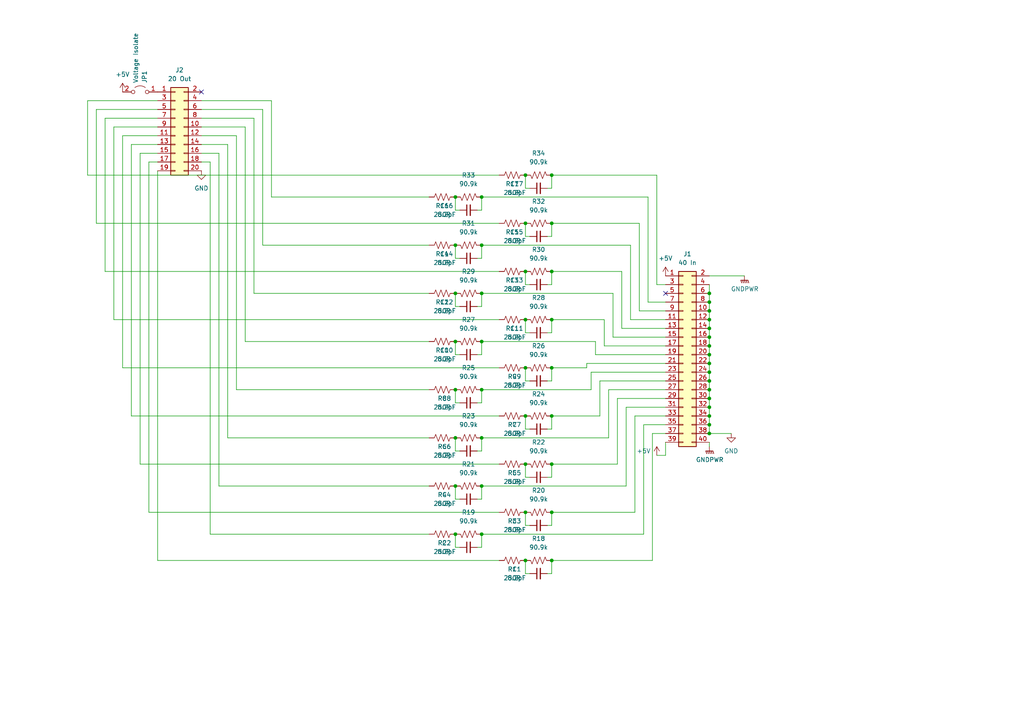
<source format=kicad_sch>
(kicad_sch (version 20230121) (generator eeschema)
  (paper "A4")
  (lib_symbols
    (symbol "Connector_Generic:Conn_02x10_Odd_Even" (pin_names (offset 1.016) hide)
      (property "Reference" "J" (at 1.27 12.7 0))
      (property "Value" "Conn_02x10_Odd_Even" (at 1.27 -15.24 0))
      (symbol "Conn_02x10_Odd_Even_1_1"
        (rectangle (start -1.27 -12.573) (end 0 -12.827) (stroke (width 0.1524)))
        (rectangle (start -1.27 -10.033) (end 0 -10.287) (stroke (width 0.1524)))
        (rectangle (start -1.27 -7.493) (end 0 -7.747) (stroke (width 0.1524)))
        (rectangle (start -1.27 -4.953) (end 0 -5.207) (stroke (width 0.1524)))
        (rectangle (start -1.27 -2.413) (end 0 -2.667) (stroke (width 0.1524)))
        (rectangle (start -1.27 0.127) (end 0 -0.127) (stroke (width 0.1524)))
        (rectangle (start -1.27 2.667) (end 0 2.413) (stroke (width 0.1524)))
        (rectangle (start -1.27 5.207) (end 0 4.953) (stroke (width 0.1524)))
        (rectangle (start -1.27 7.747) (end 0 7.493) (stroke (width 0.1524)))
        (rectangle (start -1.27 10.287) (end 0 10.033) (stroke (width 0.1524)))
        (rectangle (start -1.27 11.43) (end 3.81 -13.97) (stroke (width 0.254)) (fill (type background)))
        (rectangle (start 3.81 -12.573) (end 2.54 -12.827) (stroke (width 0.1524)))
        (rectangle (start 3.81 -10.033) (end 2.54 -10.287) (stroke (width 0.1524)))
        (rectangle (start 3.81 -7.493) (end 2.54 -7.747) (stroke (width 0.1524)))
        (rectangle (start 3.81 -4.953) (end 2.54 -5.207) (stroke (width 0.1524)))
        (rectangle (start 3.81 -2.413) (end 2.54 -2.667) (stroke (width 0.1524)))
        (rectangle (start 3.81 0.127) (end 2.54 -0.127) (stroke (width 0.1524)))
        (rectangle (start 3.81 2.667) (end 2.54 2.413) (stroke (width 0.1524)))
        (rectangle (start 3.81 5.207) (end 2.54 4.953) (stroke (width 0.1524)))
        (rectangle (start 3.81 7.747) (end 2.54 7.493) (stroke (width 0.1524)))
        (rectangle (start 3.81 10.287) (end 2.54 10.033) (stroke (width 0.1524)))
        (pin passive line (at -5.08 10.16 0) (length 3.81) (name "Pin_1") (number "1"))
        (pin passive line (at 7.62 0 180) (length 3.81) (name "Pin_10") (number "10"))
        (pin passive line (at -5.08 -2.54 0) (length 3.81) (name "Pin_11") (number "11"))
        (pin passive line (at 7.62 -2.54 180) (length 3.81) (name "Pin_12") (number "12"))
        (pin passive line (at -5.08 -5.08 0) (length 3.81) (name "Pin_13") (number "13"))
        (pin passive line (at 7.62 -5.08 180) (length 3.81) (name "Pin_14") (number "14"))
        (pin passive line (at -5.08 -7.62 0) (length 3.81) (name "Pin_15") (number "15"))
        (pin passive line (at 7.62 -7.62 180) (length 3.81) (name "Pin_16") (number "16"))
        (pin passive line (at -5.08 -10.16 0) (length 3.81) (name "Pin_17") (number "17"))
        (pin passive line (at 7.62 -10.16 180) (length 3.81) (name "Pin_18") (number "18"))
        (pin passive line (at -5.08 -12.7 0) (length 3.81) (name "Pin_19") (number "19"))
        (pin passive line (at 7.62 10.16 180) (length 3.81) (name "Pin_2") (number "2"))
        (pin passive line (at 7.62 -12.7 180) (length 3.81) (name "Pin_20") (number "20"))
        (pin passive line (at -5.08 7.62 0) (length 3.81) (name "Pin_3") (number "3"))
        (pin passive line (at 7.62 7.62 180) (length 3.81) (name "Pin_4") (number "4"))
        (pin passive line (at -5.08 5.08 0) (length 3.81) (name "Pin_5") (number "5"))
        (pin passive line (at 7.62 5.08 180) (length 3.81) (name "Pin_6") (number "6"))
        (pin passive line (at -5.08 2.54 0) (length 3.81) (name "Pin_7") (number "7"))
        (pin passive line (at 7.62 2.54 180) (length 3.81) (name "Pin_8") (number "8"))
        (pin passive line (at -5.08 0 0) (length 3.81) (name "Pin_9") (number "9"))
      )
    )
    (symbol "Connector_Generic:Conn_02x20_Odd_Even" (pin_names (offset 1.016) hide)
      (property "Reference" "J" (at 1.27 25.4 0))
      (property "Value" "Conn_02x20_Odd_Even" (at 1.27 -27.94 0))
      (symbol "Conn_02x20_Odd_Even_1_1"
        (rectangle (start -1.27 -25.273) (end 0 -25.527) (stroke (width 0.1524)))
        (rectangle (start -1.27 -22.733) (end 0 -22.987) (stroke (width 0.1524)))
        (rectangle (start -1.27 -20.193) (end 0 -20.447) (stroke (width 0.1524)))
        (rectangle (start -1.27 -17.653) (end 0 -17.907) (stroke (width 0.1524)))
        (rectangle (start -1.27 -15.113) (end 0 -15.367) (stroke (width 0.1524)))
        (rectangle (start -1.27 -12.573) (end 0 -12.827) (stroke (width 0.1524)))
        (rectangle (start -1.27 -10.033) (end 0 -10.287) (stroke (width 0.1524)))
        (rectangle (start -1.27 -7.493) (end 0 -7.747) (stroke (width 0.1524)))
        (rectangle (start -1.27 -4.953) (end 0 -5.207) (stroke (width 0.1524)))
        (rectangle (start -1.27 -2.413) (end 0 -2.667) (stroke (width 0.1524)))
        (rectangle (start -1.27 0.127) (end 0 -0.127) (stroke (width 0.1524)))
        (rectangle (start -1.27 2.667) (end 0 2.413) (stroke (width 0.1524)))
        (rectangle (start -1.27 5.207) (end 0 4.953) (stroke (width 0.1524)))
        (rectangle (start -1.27 7.747) (end 0 7.493) (stroke (width 0.1524)))
        (rectangle (start -1.27 10.287) (end 0 10.033) (stroke (width 0.1524)))
        (rectangle (start -1.27 12.827) (end 0 12.573) (stroke (width 0.1524)))
        (rectangle (start -1.27 15.367) (end 0 15.113) (stroke (width 0.1524)))
        (rectangle (start -1.27 17.907) (end 0 17.653) (stroke (width 0.1524)))
        (rectangle (start -1.27 20.447) (end 0 20.193) (stroke (width 0.1524)))
        (rectangle (start -1.27 22.987) (end 0 22.733) (stroke (width 0.1524)))
        (rectangle (start -1.27 24.13) (end 3.81 -26.67) (stroke (width 0.254)) (fill (type background)))
        (rectangle (start 3.81 -25.273) (end 2.54 -25.527) (stroke (width 0.1524)))
        (rectangle (start 3.81 -22.733) (end 2.54 -22.987) (stroke (width 0.1524)))
        (rectangle (start 3.81 -20.193) (end 2.54 -20.447) (stroke (width 0.1524)))
        (rectangle (start 3.81 -17.653) (end 2.54 -17.907) (stroke (width 0.1524)))
        (rectangle (start 3.81 -15.113) (end 2.54 -15.367) (stroke (width 0.1524)))
        (rectangle (start 3.81 -12.573) (end 2.54 -12.827) (stroke (width 0.1524)))
        (rectangle (start 3.81 -10.033) (end 2.54 -10.287) (stroke (width 0.1524)))
        (rectangle (start 3.81 -7.493) (end 2.54 -7.747) (stroke (width 0.1524)))
        (rectangle (start 3.81 -4.953) (end 2.54 -5.207) (stroke (width 0.1524)))
        (rectangle (start 3.81 -2.413) (end 2.54 -2.667) (stroke (width 0.1524)))
        (rectangle (start 3.81 0.127) (end 2.54 -0.127) (stroke (width 0.1524)))
        (rectangle (start 3.81 2.667) (end 2.54 2.413) (stroke (width 0.1524)))
        (rectangle (start 3.81 5.207) (end 2.54 4.953) (stroke (width 0.1524)))
        (rectangle (start 3.81 7.747) (end 2.54 7.493) (stroke (width 0.1524)))
        (rectangle (start 3.81 10.287) (end 2.54 10.033) (stroke (width 0.1524)))
        (rectangle (start 3.81 12.827) (end 2.54 12.573) (stroke (width 0.1524)))
        (rectangle (start 3.81 15.367) (end 2.54 15.113) (stroke (width 0.1524)))
        (rectangle (start 3.81 17.907) (end 2.54 17.653) (stroke (width 0.1524)))
        (rectangle (start 3.81 20.447) (end 2.54 20.193) (stroke (width 0.1524)))
        (rectangle (start 3.81 22.987) (end 2.54 22.733) (stroke (width 0.1524)))
        (pin passive line (at -5.08 22.86 0) (length 3.81) (name "Pin_1") (number "1"))
        (pin passive line (at 7.62 12.7 180) (length 3.81) (name "Pin_10") (number "10"))
        (pin passive line (at -5.08 10.16 0) (length 3.81) (name "Pin_11") (number "11"))
        (pin passive line (at 7.62 10.16 180) (length 3.81) (name "Pin_12") (number "12"))
        (pin passive line (at -5.08 7.62 0) (length 3.81) (name "Pin_13") (number "13"))
        (pin passive line (at 7.62 7.62 180) (length 3.81) (name "Pin_14") (number "14"))
        (pin passive line (at -5.08 5.08 0) (length 3.81) (name "Pin_15") (number "15"))
        (pin passive line (at 7.62 5.08 180) (length 3.81) (name "Pin_16") (number "16"))
        (pin passive line (at -5.08 2.54 0) (length 3.81) (name "Pin_17") (number "17"))
        (pin passive line (at 7.62 2.54 180) (length 3.81) (name "Pin_18") (number "18"))
        (pin passive line (at -5.08 0 0) (length 3.81) (name "Pin_19") (number "19"))
        (pin passive line (at 7.62 22.86 180) (length 3.81) (name "Pin_2") (number "2"))
        (pin passive line (at 7.62 0 180) (length 3.81) (name "Pin_20") (number "20"))
        (pin passive line (at -5.08 -2.54 0) (length 3.81) (name "Pin_21") (number "21"))
        (pin passive line (at 7.62 -2.54 180) (length 3.81) (name "Pin_22") (number "22"))
        (pin passive line (at -5.08 -5.08 0) (length 3.81) (name "Pin_23") (number "23"))
        (pin passive line (at 7.62 -5.08 180) (length 3.81) (name "Pin_24") (number "24"))
        (pin passive line (at -5.08 -7.62 0) (length 3.81) (name "Pin_25") (number "25"))
        (pin passive line (at 7.62 -7.62 180) (length 3.81) (name "Pin_26") (number "26"))
        (pin passive line (at -5.08 -10.16 0) (length 3.81) (name "Pin_27") (number "27"))
        (pin passive line (at 7.62 -10.16 180) (length 3.81) (name "Pin_28") (number "28"))
        (pin passive line (at -5.08 -12.7 0) (length 3.81) (name "Pin_29") (number "29"))
        (pin passive line (at -5.08 20.32 0) (length 3.81) (name "Pin_3") (number "3"))
        (pin passive line (at 7.62 -12.7 180) (length 3.81) (name "Pin_30") (number "30"))
        (pin passive line (at -5.08 -15.24 0) (length 3.81) (name "Pin_31") (number "31"))
        (pin passive line (at 7.62 -15.24 180) (length 3.81) (name "Pin_32") (number "32"))
        (pin passive line (at -5.08 -17.78 0) (length 3.81) (name "Pin_33") (number "33"))
        (pin passive line (at 7.62 -17.78 180) (length 3.81) (name "Pin_34") (number "34"))
        (pin passive line (at -5.08 -20.32 0) (length 3.81) (name "Pin_35") (number "35"))
        (pin passive line (at 7.62 -20.32 180) (length 3.81) (name "Pin_36") (number "36"))
        (pin passive line (at -5.08 -22.86 0) (length 3.81) (name "Pin_37") (number "37"))
        (pin passive line (at 7.62 -22.86 180) (length 3.81) (name "Pin_38") (number "38"))
        (pin passive line (at -5.08 -25.4 0) (length 3.81) (name "Pin_39") (number "39"))
        (pin passive line (at 7.62 20.32 180) (length 3.81) (name "Pin_4") (number "4"))
        (pin passive line (at 7.62 -25.4 180) (length 3.81) (name "Pin_40") (number "40"))
        (pin passive line (at -5.08 17.78 0) (length 3.81) (name "Pin_5") (number "5"))
        (pin passive line (at 7.62 17.78 180) (length 3.81) (name "Pin_6") (number "6"))
        (pin passive line (at -5.08 15.24 0) (length 3.81) (name "Pin_7") (number "7"))
        (pin passive line (at 7.62 15.24 180) (length 3.81) (name "Pin_8") (number "8"))
        (pin passive line (at -5.08 12.7 0) (length 3.81) (name "Pin_9") (number "9"))
      )
    )
    (symbol "Device:C_Small" (pin_numbers hide) (pin_names (offset 0.254) hide)
      (property "Reference" "C" (at 0.254 1.778 0))
      (property "Value" "C_Small" (at 0.254 -2.032 0))
      (symbol "C_Small_0_1"
        (polyline (pts (xy -1.524 -0.508) (xy 1.524 -0.508)) (stroke (width 0.3302)))
        (polyline (pts (xy -1.524 0.508) (xy 1.524 0.508)) (stroke (width 0.3048)))
      )
      (symbol "C_Small_1_1"
        (pin passive line (at 0 2.54 270) (length 2.032) (name "~") (number "1"))
        (pin passive line (at 0 -2.54 90) (length 2.032) (name "~") (number "2"))
      )
    )
    (symbol "Device:R_US" (pin_numbers hide) (pin_names (offset 0))
      (property "Reference" "R" (at 2.54 0 90))
      (property "Value" "R_US" (at -2.54 0 90))
      (symbol "R_US_0_1"
        (polyline (pts (xy 0 -2.286) (xy 0 -2.54)))
        (polyline (pts (xy 0 2.286) (xy 0 2.54)))
        (polyline (pts (xy 0 -0.762) (xy 1.016 -1.143) (xy 0 -1.524) (xy -1.016 -1.905) (xy 0 -2.286)))
        (polyline (pts (xy 0 0.762) (xy 1.016 0.381) (xy 0 0) (xy -1.016 -0.381) (xy 0 -0.762)))
        (polyline (pts (xy 0 2.286) (xy 1.016 1.905) (xy 0 1.524) (xy -1.016 1.143) (xy 0 0.762)))
      )
      (symbol "R_US_1_1"
        (pin passive line (at 0 3.81 270) (length 1.27) (name "~") (number "1"))
        (pin passive line (at 0 -3.81 90) (length 1.27) (name "~") (number "2"))
      )
    )
    (symbol "Jumper:Jumper_2_Open" (pin_names (offset 0) hide)
      (property "Reference" "JP" (at 0 2.794 0))
      (property "Value" "Jumper_2_Open" (at 0 -2.286 0))
      (symbol "Jumper_2_Open_0_0"
        (circle (center -2.032 0) (radius 0.508))
        (circle (center 2.032 0) (radius 0.508))
      )
      (symbol "Jumper_2_Open_0_1"
        (arc (start 1.524 1.27) (mid 0 1.778) (end -1.524 1.27))
      )
      (symbol "Jumper_2_Open_1_1"
        (pin passive line (at -5.08 0 0) (length 2.54) (name "A") (number "1"))
        (pin passive line (at 5.08 0 180) (length 2.54) (name "B") (number "2"))
      )
    )
    (symbol "power:+5V" (power) (pin_names (offset 0))
      (property "Value" "+5V" (at 0 3.556 0))
      (symbol "+5V_0_1"
        (polyline (pts (xy -0.762 1.27) (xy 0 2.54)))
        (polyline (pts (xy 0 0) (xy 0 2.54)))
        (polyline (pts (xy 0 2.54) (xy 0.762 1.27)))
      )
      (symbol "+5V_1_1"
        (pin power_in line (at 0 0 90) (length 0) hide (name "+5V") (number "1"))
      )
    )
    (symbol "power:GND" (power) (pin_names (offset 0))
      (property "Value" "GND" (at 0 -3.81 0))
      (symbol "GND_0_1"
        (polyline (pts (xy 0 0) (xy 0 -1.27) (xy 1.27 -1.27) (xy 0 -2.54) (xy -1.27 -1.27) (xy 0 -1.27)))
      )
      (symbol "GND_1_1"
        (pin power_in line (at 0 0 270) (length 0) hide (name "GND") (number "1"))
      )
    )
    (symbol "power:GNDPWR" (power) (pin_names (offset 0))
      (property "Value" "GNDPWR" (at 0 -3.302 0))
      (symbol "GNDPWR_0_1"
        (polyline (pts (xy 0 -1.27) (xy 0 0)))
        (polyline (pts (xy -1.016 -1.27) (xy -1.27 -2.032) (xy -1.27 -2.032)) (stroke (width 0.2032)))
        (polyline (pts (xy -0.508 -1.27) (xy -0.762 -2.032) (xy -0.762 -2.032)) (stroke (width 0.2032)))
        (polyline (pts (xy 0 -1.27) (xy -0.254 -2.032) (xy -0.254 -2.032)) (stroke (width 0.2032)))
        (polyline (pts (xy 0.508 -1.27) (xy 0.254 -2.032) (xy 0.254 -2.032)) (stroke (width 0.2032)))
        (polyline (pts (xy 1.016 -1.27) (xy -1.016 -1.27) (xy -1.016 -1.27)) (stroke (width 0.2032)))
        (polyline (pts (xy 1.016 -1.27) (xy 0.762 -2.032) (xy 0.762 -2.032) (xy 0.762 -2.032)) (stroke (width 0.2032)))
      )
      (symbol "GNDPWR_1_1"
        (pin power_in line (at 0 0 270) (length 0) hide (name "GNDPWR") (number "1"))
      )
    )
  )
  (junction (at 160.02 92.71))
  (junction (at 205.74 85.09))
  (junction (at 205.74 92.71))
  (junction (at 205.74 120.65))
  (junction (at 205.74 123.19))
  (junction (at 160.02 50.8))
  (junction (at 132.08 85.09))
  (junction (at 139.7 154.94))
  (junction (at 152.4 134.62))
  (junction (at 205.74 87.63))
  (junction (at 205.74 102.87))
  (junction (at 205.74 125.73))
  (junction (at 152.4 92.71))
  (junction (at 152.4 162.56))
  (junction (at 205.74 113.03))
  (junction (at 160.02 106.68))
  (junction (at 152.4 106.68))
  (junction (at 139.7 140.97))
  (junction (at 139.7 113.03))
  (junction (at 139.7 71.12))
  (junction (at 132.08 154.94))
  (junction (at 160.02 134.62))
  (junction (at 132.08 99.06))
  (junction (at 139.7 85.09))
  (junction (at 152.4 50.8))
  (junction (at 152.4 148.59))
  (junction (at 205.74 90.17))
  (junction (at 132.08 127))
  (junction (at 139.7 57.15))
  (junction (at 132.08 113.03))
  (junction (at 160.02 120.65))
  (junction (at 152.4 64.77))
  (junction (at 205.74 105.41))
  (junction (at 205.74 95.25))
  (junction (at 152.4 120.65))
  (junction (at 152.4 78.74))
  (junction (at 160.02 148.59))
  (junction (at 205.74 100.33))
  (junction (at 205.74 110.49))
  (junction (at 160.02 64.77))
  (junction (at 205.74 118.11))
  (junction (at 132.08 57.15))
  (junction (at 139.7 99.06))
  (junction (at 132.08 140.97))
  (junction (at 205.74 97.79))
  (junction (at 132.08 71.12))
  (junction (at 139.7 127))
  (junction (at 205.74 107.95))
  (junction (at 160.02 78.74))
  (junction (at 160.02 162.56))
  (junction (at 205.74 115.57))
  (no_connect (at 193.04 85.09))
  (no_connect (at 58.42 26.67))
  (wire (pts (xy 193.04 100.33) (xy 175.26 100.33)))
  (wire (pts (xy 144.78 64.77) (xy 27.94 64.77)))
  (wire (pts (xy 182.88 71.12) (xy 139.7 71.12)))
  (wire (pts (xy 27.94 31.75) (xy 45.72 31.75)))
  (wire (pts (xy 133.35 144.78) (xy 132.08 144.78)))
  (wire (pts (xy 177.8 85.09) (xy 139.7 85.09)))
  (wire (pts (xy 205.74 107.95) (xy 205.74 110.49)))
  (wire (pts (xy 132.08 158.75) (xy 132.08 154.94)))
  (wire (pts (xy 179.07 115.57) (xy 179.07 134.62)))
  (wire (pts (xy 158.75 54.61) (xy 160.02 54.61)))
  (wire (pts (xy 182.88 92.71) (xy 182.88 71.12)))
  (wire (pts (xy 27.94 64.77) (xy 27.94 31.75)))
  (wire (pts (xy 173.99 120.65) (xy 160.02 120.65)))
  (wire (pts (xy 139.7 130.81) (xy 139.7 127)))
  (wire (pts (xy 180.34 78.74) (xy 160.02 78.74)))
  (wire (pts (xy 124.46 85.09) (xy 73.66 85.09)))
  (wire (pts (xy 193.04 82.55) (xy 190.5 82.55)))
  (wire (pts (xy 181.61 118.11) (xy 181.61 140.97)))
  (wire (pts (xy 160.02 124.46) (xy 160.02 120.65)))
  (wire (pts (xy 152.4 82.55) (xy 152.4 78.74)))
  (wire (pts (xy 144.78 148.59) (xy 43.18 148.59)))
  (wire (pts (xy 193.04 110.49) (xy 173.99 110.49)))
  (wire (pts (xy 175.26 100.33) (xy 175.26 92.71)))
  (wire (pts (xy 171.45 107.95) (xy 171.45 113.03)))
  (wire (pts (xy 152.4 166.37) (xy 152.4 162.56)))
  (wire (pts (xy 152.4 152.4) (xy 152.4 148.59)))
  (wire (pts (xy 193.04 97.79) (xy 177.8 97.79)))
  (wire (pts (xy 190.5 82.55) (xy 190.5 50.8)))
  (wire (pts (xy 193.04 125.73) (xy 189.23 125.73)))
  (wire (pts (xy 124.46 99.06) (xy 71.12 99.06)))
  (wire (pts (xy 193.04 105.41) (xy 170.18 105.41)))
  (wire (pts (xy 193.04 87.63) (xy 187.96 87.63)))
  (wire (pts (xy 132.08 116.84) (xy 132.08 113.03)))
  (wire (pts (xy 139.7 144.78) (xy 139.7 140.97)))
  (wire (pts (xy 193.04 115.57) (xy 179.07 115.57)))
  (wire (pts (xy 193.04 120.65) (xy 184.15 120.65)))
  (wire (pts (xy 193.04 95.25) (xy 180.34 95.25)))
  (wire (pts (xy 205.74 113.03) (xy 205.74 115.57)))
  (wire (pts (xy 172.72 102.87) (xy 172.72 99.06)))
  (wire (pts (xy 205.74 120.65) (xy 205.74 123.19)))
  (wire (pts (xy 138.43 130.81) (xy 139.7 130.81)))
  (wire (pts (xy 205.74 115.57) (xy 205.74 118.11)))
  (wire (pts (xy 152.4 124.46) (xy 152.4 120.65)))
  (wire (pts (xy 179.07 134.62) (xy 160.02 134.62)))
  (wire (pts (xy 189.23 162.56) (xy 160.02 162.56)))
  (wire (pts (xy 158.75 152.4) (xy 160.02 152.4)))
  (wire (pts (xy 132.08 130.81) (xy 132.08 127)))
  (wire (pts (xy 176.53 127) (xy 139.7 127)))
  (wire (pts (xy 138.43 144.78) (xy 139.7 144.78)))
  (wire (pts (xy 144.78 162.56) (xy 45.72 162.56)))
  (wire (pts (xy 185.42 64.77) (xy 160.02 64.77)))
  (wire (pts (xy 193.04 118.11) (xy 181.61 118.11)))
  (wire (pts (xy 133.35 74.93) (xy 132.08 74.93)))
  (wire (pts (xy 71.12 99.06) (xy 71.12 36.83)))
  (wire (pts (xy 205.74 100.33) (xy 205.74 102.87)))
  (wire (pts (xy 43.18 46.99) (xy 45.72 46.99)))
  (wire (pts (xy 172.72 99.06) (xy 139.7 99.06)))
  (wire (pts (xy 171.45 113.03) (xy 139.7 113.03)))
  (wire (pts (xy 68.58 39.37) (xy 68.58 113.03)))
  (wire (pts (xy 66.04 127) (xy 66.04 41.91)))
  (wire (pts (xy 144.78 92.71) (xy 33.02 92.71)))
  (wire (pts (xy 158.75 110.49) (xy 160.02 110.49)))
  (wire (pts (xy 152.4 138.43) (xy 152.4 134.62)))
  (wire (pts (xy 153.67 110.49) (xy 152.4 110.49)))
  (wire (pts (xy 205.74 92.71) (xy 205.74 95.25)))
  (wire (pts (xy 33.02 92.71) (xy 33.02 36.83)))
  (wire (pts (xy 205.74 123.19) (xy 205.74 125.73)))
  (wire (pts (xy 25.4 50.8) (xy 25.4 29.21)))
  (wire (pts (xy 43.18 148.59) (xy 43.18 46.99)))
  (wire (pts (xy 184.15 148.59) (xy 160.02 148.59)))
  (wire (pts (xy 139.7 158.75) (xy 139.7 154.94)))
  (wire (pts (xy 193.04 123.19) (xy 186.69 123.19)))
  (wire (pts (xy 186.69 123.19) (xy 186.69 154.94)))
  (wire (pts (xy 176.53 113.03) (xy 176.53 127)))
  (wire (pts (xy 33.02 36.83) (xy 45.72 36.83)))
  (wire (pts (xy 160.02 138.43) (xy 160.02 134.62)))
  (wire (pts (xy 193.04 107.95) (xy 171.45 107.95)))
  (wire (pts (xy 30.48 78.74) (xy 30.48 34.29)))
  (wire (pts (xy 205.74 118.11) (xy 205.74 120.65)))
  (wire (pts (xy 193.04 102.87) (xy 172.72 102.87)))
  (wire (pts (xy 139.7 74.93) (xy 139.7 71.12)))
  (wire (pts (xy 35.56 106.68) (xy 35.56 39.37)))
  (wire (pts (xy 138.43 88.9) (xy 139.7 88.9)))
  (wire (pts (xy 175.26 92.71) (xy 160.02 92.71)))
  (wire (pts (xy 187.96 57.15) (xy 139.7 57.15)))
  (wire (pts (xy 30.48 34.29) (xy 45.72 34.29)))
  (wire (pts (xy 38.1 120.65) (xy 38.1 41.91)))
  (wire (pts (xy 193.04 90.17) (xy 185.42 90.17)))
  (wire (pts (xy 158.75 138.43) (xy 160.02 138.43)))
  (wire (pts (xy 187.96 87.63) (xy 187.96 57.15)))
  (wire (pts (xy 35.56 39.37) (xy 45.72 39.37)))
  (wire (pts (xy 152.4 54.61) (xy 152.4 50.8)))
  (wire (pts (xy 144.78 134.62) (xy 40.64 134.62)))
  (wire (pts (xy 138.43 116.84) (xy 139.7 116.84)))
  (wire (pts (xy 158.75 82.55) (xy 160.02 82.55)))
  (wire (pts (xy 170.18 106.68) (xy 160.02 106.68)))
  (wire (pts (xy 153.67 124.46) (xy 152.4 124.46)))
  (wire (pts (xy 124.46 140.97) (xy 63.5 140.97)))
  (wire (pts (xy 205.74 95.25) (xy 205.74 97.79)))
  (wire (pts (xy 40.64 44.45) (xy 45.72 44.45)))
  (wire (pts (xy 40.64 134.62) (xy 40.64 44.45)))
  (wire (pts (xy 132.08 74.93) (xy 132.08 71.12)))
  (wire (pts (xy 78.74 29.21) (xy 58.42 29.21)))
  (wire (pts (xy 144.78 50.8) (xy 25.4 50.8)))
  (wire (pts (xy 139.7 116.84) (xy 139.7 113.03)))
  (wire (pts (xy 205.74 129.54) (xy 205.74 128.27)))
  (wire (pts (xy 153.67 82.55) (xy 152.4 82.55)))
  (wire (pts (xy 133.35 158.75) (xy 132.08 158.75)))
  (wire (pts (xy 133.35 60.96) (xy 132.08 60.96)))
  (wire (pts (xy 139.7 88.9) (xy 139.7 85.09)))
  (wire (pts (xy 205.74 85.09) (xy 205.74 87.63)))
  (wire (pts (xy 160.02 110.49) (xy 160.02 106.68)))
  (wire (pts (xy 138.43 158.75) (xy 139.7 158.75)))
  (wire (pts (xy 66.04 41.91) (xy 58.42 41.91)))
  (wire (pts (xy 60.96 154.94) (xy 60.96 46.99)))
  (wire (pts (xy 158.75 124.46) (xy 160.02 124.46)))
  (wire (pts (xy 205.74 87.63) (xy 205.74 90.17)))
  (wire (pts (xy 144.78 78.74) (xy 30.48 78.74)))
  (wire (pts (xy 193.04 132.08) (xy 193.04 128.27)))
  (wire (pts (xy 184.15 120.65) (xy 184.15 148.59)))
  (wire (pts (xy 185.42 90.17) (xy 185.42 64.77)))
  (wire (pts (xy 153.67 68.58) (xy 152.4 68.58)))
  (wire (pts (xy 160.02 96.52) (xy 160.02 92.71)))
  (wire (pts (xy 153.67 166.37) (xy 152.4 166.37)))
  (wire (pts (xy 60.96 46.99) (xy 58.42 46.99)))
  (wire (pts (xy 160.02 54.61) (xy 160.02 50.8)))
  (wire (pts (xy 160.02 152.4) (xy 160.02 148.59)))
  (wire (pts (xy 212.09 125.73) (xy 205.74 125.73)))
  (wire (pts (xy 205.74 102.87) (xy 205.74 105.41)))
  (wire (pts (xy 132.08 102.87) (xy 132.08 99.06)))
  (wire (pts (xy 153.67 138.43) (xy 152.4 138.43)))
  (wire (pts (xy 78.74 57.15) (xy 78.74 29.21)))
  (wire (pts (xy 160.02 166.37) (xy 160.02 162.56)))
  (wire (pts (xy 173.99 110.49) (xy 173.99 120.65)))
  (wire (pts (xy 63.5 44.45) (xy 63.5 140.97)))
  (wire (pts (xy 205.74 82.55) (xy 205.74 85.09)))
  (wire (pts (xy 132.08 88.9) (xy 132.08 85.09)))
  (wire (pts (xy 205.74 97.79) (xy 205.74 100.33)))
  (wire (pts (xy 153.67 54.61) (xy 152.4 54.61)))
  (wire (pts (xy 152.4 68.58) (xy 152.4 64.77)))
  (wire (pts (xy 132.08 144.78) (xy 132.08 140.97)))
  (wire (pts (xy 71.12 36.83) (xy 58.42 36.83)))
  (wire (pts (xy 160.02 82.55) (xy 160.02 78.74)))
  (wire (pts (xy 38.1 41.91) (xy 45.72 41.91)))
  (wire (pts (xy 177.8 97.79) (xy 177.8 85.09)))
  (wire (pts (xy 180.34 95.25) (xy 180.34 78.74)))
  (wire (pts (xy 124.46 127) (xy 66.04 127)))
  (wire (pts (xy 138.43 102.87) (xy 139.7 102.87)))
  (wire (pts (xy 132.08 60.96) (xy 132.08 57.15)))
  (wire (pts (xy 133.35 130.81) (xy 132.08 130.81)))
  (wire (pts (xy 170.18 105.41) (xy 170.18 106.68)))
  (wire (pts (xy 76.2 71.12) (xy 76.2 31.75)))
  (wire (pts (xy 215.9 80.01) (xy 205.74 80.01)))
  (wire (pts (xy 189.23 125.73) (xy 189.23 162.56)))
  (wire (pts (xy 124.46 154.94) (xy 60.96 154.94)))
  (wire (pts (xy 133.35 102.87) (xy 132.08 102.87)))
  (wire (pts (xy 138.43 60.96) (xy 139.7 60.96)))
  (wire (pts (xy 190.5 50.8) (xy 160.02 50.8)))
  (wire (pts (xy 152.4 110.49) (xy 152.4 106.68)))
  (wire (pts (xy 186.69 154.94) (xy 139.7 154.94)))
  (wire (pts (xy 68.58 113.03) (xy 124.46 113.03)))
  (wire (pts (xy 152.4 96.52) (xy 152.4 92.71)))
  (wire (pts (xy 158.75 166.37) (xy 160.02 166.37)))
  (wire (pts (xy 124.46 57.15) (xy 78.74 57.15)))
  (wire (pts (xy 181.61 140.97) (xy 139.7 140.97)))
  (wire (pts (xy 160.02 68.58) (xy 160.02 64.77)))
  (wire (pts (xy 193.04 113.03) (xy 176.53 113.03)))
  (wire (pts (xy 133.35 88.9) (xy 132.08 88.9)))
  (wire (pts (xy 205.74 90.17) (xy 205.74 92.71)))
  (wire (pts (xy 158.75 96.52) (xy 160.02 96.52)))
  (wire (pts (xy 25.4 29.21) (xy 45.72 29.21)))
  (wire (pts (xy 73.66 85.09) (xy 73.66 34.29)))
  (wire (pts (xy 138.43 74.93) (xy 139.7 74.93)))
  (wire (pts (xy 76.2 31.75) (xy 58.42 31.75)))
  (wire (pts (xy 190.5 132.08) (xy 193.04 132.08)))
  (wire (pts (xy 73.66 34.29) (xy 58.42 34.29)))
  (wire (pts (xy 182.88 92.71) (xy 193.04 92.71)))
  (wire (pts (xy 124.46 71.12) (xy 76.2 71.12)))
  (wire (pts (xy 133.35 116.84) (xy 132.08 116.84)))
  (wire (pts (xy 58.42 44.45) (xy 63.5 44.45)))
  (wire (pts (xy 205.74 110.49) (xy 205.74 113.03)))
  (wire (pts (xy 58.42 39.37) (xy 68.58 39.37)))
  (wire (pts (xy 158.75 68.58) (xy 160.02 68.58)))
  (wire (pts (xy 139.7 102.87) (xy 139.7 99.06)))
  (wire (pts (xy 153.67 96.52) (xy 152.4 96.52)))
  (wire (pts (xy 144.78 120.65) (xy 38.1 120.65)))
  (wire (pts (xy 144.78 106.68) (xy 35.56 106.68)))
  (wire (pts (xy 205.74 105.41) (xy 205.74 107.95)))
  (wire (pts (xy 139.7 60.96) (xy 139.7 57.15)))
  (wire (pts (xy 153.67 152.4) (xy 152.4 152.4)))
  (wire (pts (xy 45.72 162.56) (xy 45.72 49.53)))
  (symbol (lib_id "Device:C_Small") (at 156.21 138.43 90) (mirror x) (unit 1)
    (property "Reference" "C5" (at 149.86 137.16 90))
    (property "Value" "8.2pF" (at 149.86 139.7 90))
    (property "Footprint" "Resistor_SMD:R_0603_1608Metric" (effects hide))
  )
  (symbol (lib_id "Device:C_Small") (at 135.89 130.81 90) (mirror x) (unit 1)
    (property "Reference" "C6" (at 129.54 129.54 90))
    (property "Value" "8.2pF" (at 129.54 132.08 90))
    (property "Footprint" "Resistor_SMD:R_0603_1608Metric" (effects hide))
  )
  (symbol (lib_id "Device:R_US") (at 156.21 64.77 270) (mirror x) (unit 1)
    (property "Reference" "R32" (at 156.21 58.42 90))
    (property "Value" "90.9k" (at 156.21 60.96 90))
    (property "Footprint" "Resistor_SMD:R_0603_1608Metric" (effects hide))
  )
  (symbol (lib_id "Device:R_US") (at 128.27 99.06 90) (unit 1)
    (property "Reference" "R10" (at 128.27 101.6 90))
    (property "Value" "250R" (at 128.27 104.14 90))
    (property "Footprint" "Resistor_SMD:R_0603_1608Metric" (effects hide))
  )
  (symbol (lib_id "Device:R_US") (at 148.59 148.59 90) (unit 1)
    (property "Reference" "R3" (at 148.59 151.13 90))
    (property "Value" "250R" (at 148.59 153.67 90))
    (property "Footprint" "Resistor_SMD:R_0603_1608Metric" (effects hide))
  )
  (symbol (lib_id "Device:R_US") (at 156.21 106.68 270) (mirror x) (unit 1)
    (property "Reference" "R26" (at 156.21 100.33 90))
    (property "Value" "90.9k" (at 156.21 102.87 90))
    (property "Footprint" "Resistor_SMD:R_0603_1608Metric" (effects hide))
  )
  (symbol (lib_id "Device:C_Small") (at 156.21 68.58 90) (mirror x) (unit 1)
    (property "Reference" "C15" (at 149.86 67.31 90))
    (property "Value" "8.2pF" (at 149.86 69.85 90))
    (property "Footprint" "Resistor_SMD:R_0603_1608Metric" (effects hide))
  )
  (symbol (lib_id "Device:R_US") (at 128.27 71.12 90) (unit 1)
    (property "Reference" "R14" (at 128.27 73.66 90))
    (property "Value" "250R" (at 128.27 76.2 90))
    (property "Footprint" "Resistor_SMD:R_0603_1608Metric" (effects hide))
  )
  (symbol (lib_id "Device:R_US") (at 156.21 162.56 270) (mirror x) (unit 1)
    (property "Reference" "R18" (at 156.21 156.21 90))
    (property "Value" "90.9k" (at 156.21 158.75 90))
    (property "Footprint" "Resistor_SMD:R_0603_1608Metric" (effects hide))
  )
  (symbol (lib_id "Device:R_US") (at 148.59 64.77 90) (unit 1)
    (property "Reference" "R15" (at 148.59 67.31 90))
    (property "Value" "250R" (at 148.59 69.85 90))
    (property "Footprint" "Resistor_SMD:R_0603_1608Metric" (effects hide))
  )
  (symbol (lib_id "Device:C_Small") (at 156.21 82.55 90) (mirror x) (unit 1)
    (property "Reference" "C13" (at 149.86 81.28 90))
    (property "Value" "8.2pF" (at 149.86 83.82 90))
    (property "Footprint" "Resistor_SMD:R_0603_1608Metric" (effects hide))
  )
  (symbol (lib_id "Device:R_US") (at 128.27 85.09 90) (unit 1)
    (property "Reference" "R12" (at 128.27 87.63 90))
    (property "Value" "250R" (at 128.27 90.17 90))
    (property "Footprint" "Resistor_SMD:R_0603_1608Metric" (effects hide))
  )
  (symbol (lib_id "Device:R_US") (at 135.89 85.09 270) (mirror x) (unit 1)
    (property "Reference" "R29" (at 135.89 78.74 90))
    (property "Value" "90.9k" (at 135.89 81.28 90))
    (property "Footprint" "Resistor_SMD:R_0603_1608Metric" (effects hide))
  )
  (symbol (lib_id "Device:C_Small") (at 156.21 96.52 90) (mirror x) (unit 1)
    (property "Reference" "C11" (at 149.86 95.25 90))
    (property "Value" "8.2pF" (at 149.86 97.79 90))
    (property "Footprint" "Resistor_SMD:R_0603_1608Metric" (effects hide))
  )
  (symbol (lib_id "Device:R_US") (at 135.89 99.06 270) (mirror x) (unit 1)
    (property "Reference" "R27" (at 135.89 92.71 90))
    (property "Value" "90.9k" (at 135.89 95.25 90))
    (property "Footprint" "Resistor_SMD:R_0603_1608Metric" (effects hide))
  )
  (symbol (lib_id "Device:R_US") (at 148.59 92.71 90) (unit 1)
    (property "Reference" "R11" (at 148.59 95.25 90))
    (property "Value" "250R" (at 148.59 97.79 90))
    (property "Footprint" "Resistor_SMD:R_0603_1608Metric" (effects hide))
  )
  (symbol (lib_id "Device:C_Small") (at 135.89 60.96 90) (mirror x) (unit 1)
    (property "Reference" "C16" (at 129.54 59.69 90))
    (property "Value" "8.2pF" (at 129.54 62.23 90))
    (property "Footprint" "Resistor_SMD:R_0603_1608Metric" (effects hide))
  )
  (symbol (lib_id "Device:R_US") (at 128.27 57.15 90) (unit 1)
    (property "Reference" "R16" (at 128.27 59.69 90))
    (property "Value" "250R" (at 128.27 62.23 90))
    (property "Footprint" "Resistor_SMD:R_0603_1608Metric" (effects hide))
  )
  (symbol (lib_id "Device:R_US") (at 135.89 154.94 270) (mirror x) (unit 1)
    (property "Reference" "R19" (at 135.89 148.59 90))
    (property "Value" "90.9k" (at 135.89 151.13 90))
    (property "Footprint" "Resistor_SMD:R_0603_1608Metric" (effects hide))
  )
  (symbol (lib_id "Device:R_US") (at 156.21 120.65 270) (mirror x) (unit 1)
    (property "Reference" "R24" (at 156.21 114.3 90))
    (property "Value" "90.9k" (at 156.21 116.84 90))
    (property "Footprint" "Resistor_SMD:R_0603_1608Metric" (effects hide))
  )
  (symbol (lib_id "Device:R_US") (at 156.21 50.8 270) (mirror x) (unit 1)
    (property "Reference" "R34" (at 156.21 44.45 90))
    (property "Value" "90.9k" (at 156.21 46.99 90))
    (property "Footprint" "Resistor_SMD:R_0603_1608Metric" (effects hide))
  )
  (symbol (lib_id "power:GND") (at 58.42 49.53 0) (mirror y) (unit 1)
    (property "Reference" "#PWR04" (effects hide))
    (property "Value" "GND" (at 58.42 54.61 0))
  )
  (symbol (lib_id "Device:R_US") (at 156.21 134.62 270) (mirror x) (unit 1)
    (property "Reference" "R22" (at 156.21 128.27 90))
    (property "Value" "90.9k" (at 156.21 130.81 90))
    (property "Footprint" "Resistor_SMD:R_0603_1608Metric" (effects hide))
  )
  (symbol (lib_id "Device:R_US") (at 156.21 92.71 270) (mirror x) (unit 1)
    (property "Reference" "R28" (at 156.21 86.36 90))
    (property "Value" "90.9k" (at 156.21 88.9 90))
    (property "Footprint" "Resistor_SMD:R_0603_1608Metric" (effects hide))
  )
  (symbol (lib_id "Device:R_US") (at 156.21 148.59 270) (mirror x) (unit 1)
    (property "Reference" "R20" (at 156.21 142.24 90))
    (property "Value" "90.9k" (at 156.21 144.78 90))
    (property "Footprint" "Resistor_SMD:R_0603_1608Metric" (effects hide))
  )
  (symbol (lib_id "Device:R_US") (at 128.27 154.94 90) (unit 1)
    (property "Reference" "R2" (at 128.27 157.48 90))
    (property "Value" "250R" (at 128.27 160.02 90))
    (property "Footprint" "Resistor_SMD:R_0603_1608Metric" (effects hide))
  )
  (symbol (lib_id "Device:R_US") (at 135.89 127 270) (mirror x) (unit 1)
    (property "Reference" "R23" (at 135.89 120.65 90))
    (property "Value" "90.9k" (at 135.89 123.19 90))
    (property "Footprint" "Resistor_SMD:R_0603_1608Metric" (effects hide))
  )
  (symbol (lib_id "Device:C_Small") (at 156.21 124.46 90) (mirror x) (unit 1)
    (property "Reference" "C7" (at 149.86 123.19 90))
    (property "Value" "8.2pF" (at 149.86 125.73 90))
    (property "Footprint" "Resistor_SMD:R_0603_1608Metric" (effects hide))
  )
  (symbol (lib_id "Device:R_US") (at 135.89 71.12 270) (mirror x) (unit 1)
    (property "Reference" "R31" (at 135.89 64.77 90))
    (property "Value" "90.9k" (at 135.89 67.31 90))
    (property "Footprint" "Resistor_SMD:R_0603_1608Metric" (effects hide))
  )
  (symbol (lib_id "power:+5V") (at 35.56 26.67 0) (unit 1)
    (property "Reference" "#PWR07" (effects hide))
    (property "Value" "+5V" (at 35.56 21.59 0))
  )
  (symbol (lib_id "Device:R_US") (at 148.59 162.56 90) (unit 1)
    (property "Reference" "R1" (at 148.59 165.1 90))
    (property "Value" "250R" (at 148.59 167.64 90))
    (property "Footprint" "Resistor_SMD:R_0603_1608Metric" (effects hide))
  )
  (symbol (lib_id "Connector_Generic:Conn_02x10_Odd_Even") (at 50.8 36.83 0) (unit 1)
    (property "Reference" "J2" (at 52.07 20.32 0))
    (property "Value" "20 Out" (at 52.07 22.86 0))
    (property "Footprint" "Term_Adapter:CONN20_D10-RA-BK_SUL" (effects hide))
  )
  (symbol (lib_id "power:GNDPWR") (at 205.74 129.54 0) (mirror y) (unit 1)
    (property "Reference" "#PWR03" (effects hide))
    (property "Value" "GNDPWR" (at 205.867 133.35 0))
  )
  (symbol (lib_id "Device:C_Small") (at 135.89 74.93 90) (mirror x) (unit 1)
    (property "Reference" "C14" (at 129.54 73.66 90))
    (property "Value" "8.2pF" (at 129.54 76.2 90))
    (property "Footprint" "Resistor_SMD:R_0603_1608Metric" (effects hide))
  )
  (symbol (lib_id "Device:C_Small") (at 135.89 102.87 90) (mirror x) (unit 1)
    (property "Reference" "C10" (at 129.54 101.6 90))
    (property "Value" "8.2pF" (at 129.54 104.14 90))
    (property "Footprint" "Resistor_SMD:R_0603_1608Metric" (effects hide))
  )
  (symbol (lib_id "Device:R_US") (at 128.27 127 90) (unit 1)
    (property "Reference" "R6" (at 128.27 129.54 90))
    (property "Value" "250R" (at 128.27 132.08 90))
    (property "Footprint" "Resistor_SMD:R_0603_1608Metric" (effects hide))
  )
  (symbol (lib_id "Device:C_Small") (at 156.21 110.49 90) (mirror x) (unit 1)
    (property "Reference" "C9" (at 149.86 109.22 90))
    (property "Value" "8.2pF" (at 149.86 111.76 90))
    (property "Footprint" "Resistor_SMD:R_0603_1608Metric" (effects hide))
  )
  (symbol (lib_id "Device:C_Small") (at 135.89 144.78 90) (mirror x) (unit 1)
    (property "Reference" "C4" (at 129.54 143.51 90))
    (property "Value" "8.2pF" (at 129.54 146.05 90))
    (property "Footprint" "Resistor_SMD:R_0603_1608Metric" (effects hide))
  )
  (symbol (lib_id "Connector_Generic:Conn_02x20_Odd_Even") (at 198.12 102.87 0) (unit 1)
    (property "Reference" "J1" (at 199.39 73.66 0))
    (property "Value" "40 In" (at 199.39 76.2 0))
    (property "Footprint" "Term_Adapter:SHDRRA40W64P254_2X20_5840X930X878P" (effects hide))
  )
  (symbol (lib_id "Device:C_Small") (at 135.89 88.9 90) (mirror x) (unit 1)
    (property "Reference" "C12" (at 129.54 87.63 90))
    (property "Value" "8.2pF" (at 129.54 90.17 90))
    (property "Footprint" "Resistor_SMD:R_0603_1608Metric" (effects hide))
  )
  (symbol (lib_id "Device:R_US") (at 148.59 50.8 90) (unit 1)
    (property "Reference" "R17" (at 148.59 53.34 90))
    (property "Value" "250R" (at 148.59 55.88 90))
    (property "Footprint" "Resistor_SMD:R_0603_1608Metric" (effects hide))
  )
  (symbol (lib_id "Device:C_Small") (at 135.89 116.84 90) (mirror x) (unit 1)
    (property "Reference" "C8" (at 129.54 115.57 90))
    (property "Value" "8.2pF" (at 129.54 118.11 90))
    (property "Footprint" "Resistor_SMD:R_0603_1608Metric" (effects hide))
  )
  (symbol (lib_id "power:GNDPWR") (at 215.9 80.01 0) (mirror y) (unit 1)
    (property "Reference" "#PWR01" (effects hide))
    (property "Value" "GNDPWR" (at 216.027 83.82 0))
  )
  (symbol (lib_id "Device:C_Small") (at 156.21 152.4 90) (mirror x) (unit 1)
    (property "Reference" "C3" (at 149.86 151.13 90))
    (property "Value" "8.2pF" (at 149.86 153.67 90))
    (property "Footprint" "Resistor_SMD:R_0603_1608Metric" (effects hide))
  )
  (symbol (lib_id "Device:C_Small") (at 156.21 166.37 90) (mirror x) (unit 1)
    (property "Reference" "C1" (at 149.86 165.1 90))
    (property "Value" "8.2pF" (at 149.86 167.64 90))
    (property "Footprint" "Resistor_SMD:R_0603_1608Metric" (effects hide))
  )
  (symbol (lib_id "Device:R_US") (at 135.89 57.15 270) (mirror x) (unit 1)
    (property "Reference" "R33" (at 135.89 50.8 90))
    (property "Value" "90.9k" (at 135.89 53.34 90))
    (property "Footprint" "Resistor_SMD:R_0603_1608Metric" (effects hide))
  )
  (symbol (lib_id "Device:R_US") (at 148.59 120.65 90) (unit 1)
    (property "Reference" "R7" (at 148.59 123.19 90))
    (property "Value" "250R" (at 148.59 125.73 90))
    (property "Footprint" "Resistor_SMD:R_0603_1608Metric" (effects hide))
  )
  (symbol (lib_id "Device:R_US") (at 148.59 78.74 90) (unit 1)
    (property "Reference" "R13" (at 148.59 81.28 90))
    (property "Value" "250R" (at 148.59 83.82 90))
    (property "Footprint" "Resistor_SMD:R_0603_1608Metric" (effects hide))
  )
  (symbol (lib_id "Device:R_US") (at 148.59 134.62 90) (unit 1)
    (property "Reference" "R5" (at 148.59 137.16 90))
    (property "Value" "250R" (at 148.59 139.7 90))
    (property "Footprint" "Resistor_SMD:R_0603_1608Metric" (effects hide))
  )
  (symbol (lib_id "Device:R_US") (at 128.27 140.97 90) (unit 1)
    (property "Reference" "R4" (at 128.27 143.51 90))
    (property "Value" "250R" (at 128.27 146.05 90))
    (property "Footprint" "Resistor_SMD:R_0603_1608Metric" (effects hide))
  )
  (symbol (lib_id "power:+5V") (at 193.04 80.01 0) (unit 1)
    (property "Reference" "#PWR05" (effects hide))
    (property "Value" "+5V" (at 193.04 74.93 0))
  )
  (symbol (lib_id "power:GND") (at 212.09 125.73 0) (mirror y) (unit 1)
    (property "Reference" "#PWR02" (effects hide))
    (property "Value" "GND" (at 212.09 130.81 0))
  )
  (symbol (lib_id "Device:R_US") (at 135.89 140.97 270) (mirror x) (unit 1)
    (property "Reference" "R21" (at 135.89 134.62 90))
    (property "Value" "90.9k" (at 135.89 137.16 90))
    (property "Footprint" "Resistor_SMD:R_0603_1608Metric" (effects hide))
  )
  (symbol (lib_id "Device:R_US") (at 135.89 113.03 270) (mirror x) (unit 1)
    (property "Reference" "R25" (at 135.89 106.68 90))
    (property "Value" "90.9k" (at 135.89 109.22 90))
    (property "Footprint" "Resistor_SMD:R_0603_1608Metric" (effects hide))
  )
  (symbol (lib_id "Device:R_US") (at 156.21 78.74 270) (mirror x) (unit 1)
    (property "Reference" "R30" (at 156.21 72.39 90))
    (property "Value" "90.9k" (at 156.21 74.93 90))
    (property "Footprint" "Resistor_SMD:R_0603_1608Metric" (effects hide))
  )
  (symbol (lib_id "Device:C_Small") (at 135.89 158.75 90) (mirror x) (unit 1)
    (property "Reference" "C2" (at 129.54 157.48 90))
    (property "Value" "8.2pF" (at 129.54 160.02 90))
    (property "Footprint" "Resistor_SMD:R_0603_1608Metric" (effects hide))
  )
  (symbol (lib_id "Device:R_US") (at 148.59 106.68 90) (unit 1)
    (property "Reference" "R9" (at 148.59 109.22 90))
    (property "Value" "250R" (at 148.59 111.76 90))
    (property "Footprint" "Resistor_SMD:R_0603_1608Metric" (effects hide))
  )
  (symbol (lib_id "Device:C_Small") (at 156.21 54.61 90) (mirror x) (unit 1)
    (property "Reference" "C17" (at 149.86 53.34 90))
    (property "Value" "8.2pF" (at 149.86 55.88 90))
    (property "Footprint" "Resistor_SMD:R_0603_1608Metric" (effects hide))
  )
  (symbol (lib_id "Device:R_US") (at 128.27 113.03 90) (unit 1)
    (property "Reference" "R8" (at 128.27 115.57 90))
    (property "Value" "250R" (at 128.27 118.11 90))
    (property "Footprint" "Resistor_SMD:R_0603_1608Metric" (effects hide))
  )
  (symbol (lib_id "power:+5V") (at 190.5 132.08 0) (unit 1)
    (property "Reference" "#PWR06" (effects hide))
    (property "Value" "+5V" (at 186.69 130.81 0))
  )
  (symbol (lib_id "Jumper:Jumper_2_Open") (at 40.64 26.67 0) (mirror y) (unit 1)
    (property "Reference" "JP1" (at 41.91 24.13 90) (effects (justify left)))
    (property "Value" "Voltage Isolate" (at 39.37 24.13 90) (effects (justify left)))
    (property "Footprint" "Connector_PinHeader_2.54mm:PinHeader_1x02_P2.54mm_Horizontal" (effects hide))
  )
)
</source>
